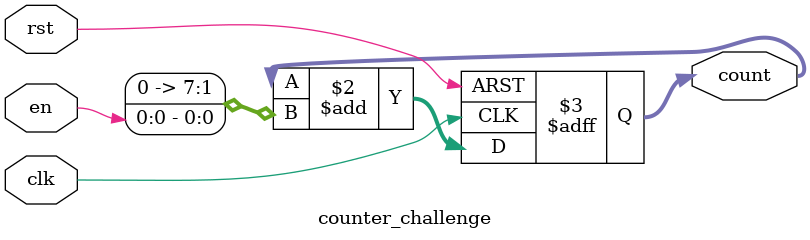
<source format=sv>
module counter_challenge #(
    parameter WIDTH = 8
)(
    // interface signals
    input logic             clk,
    input logic             rst,
    input logic             en,
    output logic [WIDTH-1:0] count
);

always_ff @(posedge clk, posedge rst)
    if (rst) count <= {WIDTH{1'b0}};
    else     count <= count+ {{WIDTH-1{1'b0}}, en};
    
endmodule

</source>
